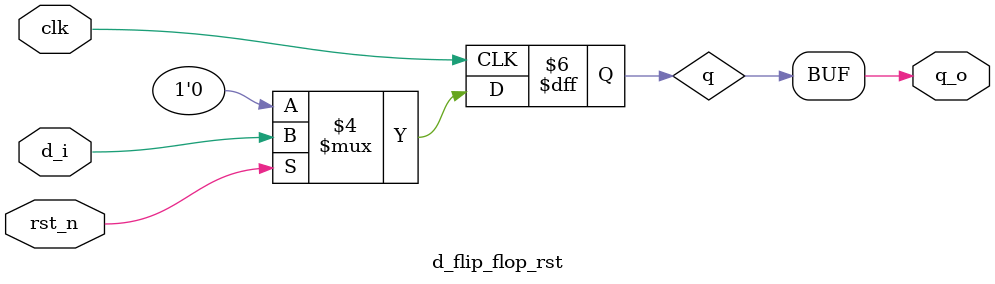
<source format=v>
module d_flip_flop_rst (
input   d_i,
input   clk,
input   rst_n, //ACTIVE -LOW RESET: 0 resetle 1 anında resetleme (genelde active-low kullanılıyormuş)
output  q_o
);

reg q; //q burda uninitialized 

always @(posedge clk) begin //posedge clock burda yükselen kenar
    if (rst_n == 1'b0) begin
        q <= 1'b0;
    end
    else begin
        q <= d_i;
    end
end

assign q_o  = q;
    
endmodule

//Bir sayısal tasarımda en önemli sinyal clk'dur. Clocktan sonra resetdir.
</source>
